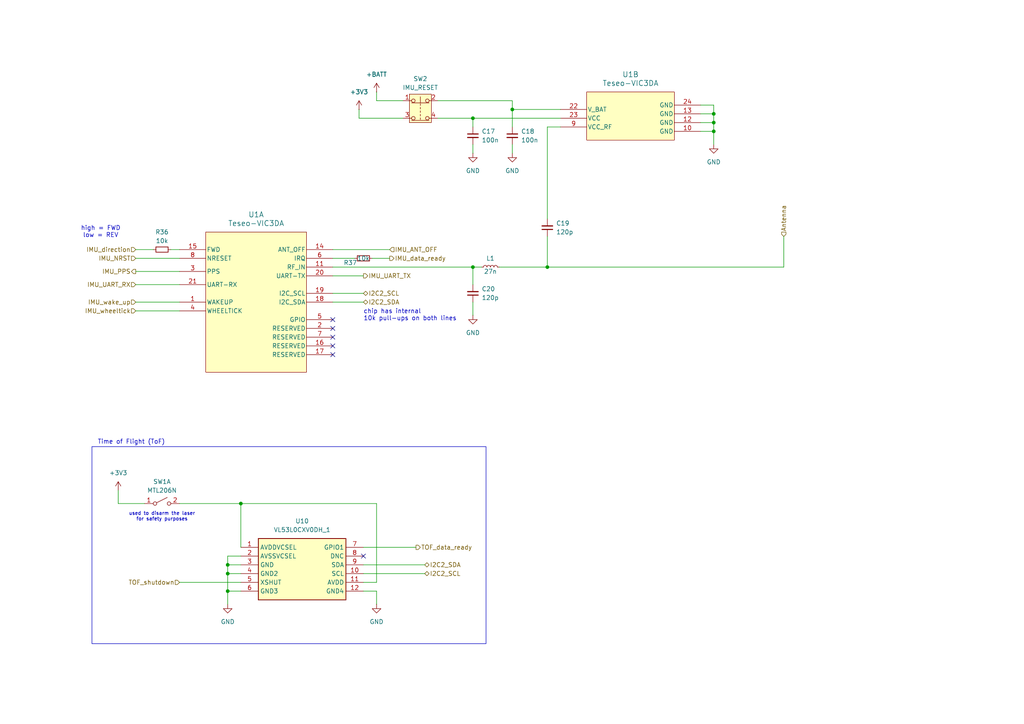
<source format=kicad_sch>
(kicad_sch (version 20231120) (generator "eeschema") (generator_version "8.0")
  (paper "A4")
  (lib_symbols
    (symbol "Device:C_Small" (pin_numbers hide) (pin_names (offset 0.254) hide)
      (property "Reference" "C" (at 0.254 1.778 0))
      (property "Value" "C_Small" (at 0.254 -2.032 0))
      (symbol "C_Small_0_1"
        (polyline (pts (xy -1.524 -0.508) (xy 1.524 -0.508)) (stroke (width 0.3302)))
        (polyline (pts (xy -1.524 0.508) (xy 1.524 0.508)) (stroke (width 0.3048)))
      )
      (symbol "C_Small_1_1"
        (pin passive line (at 0 2.54 270) (length 2.032) (name "~") (number "1"))
        (pin passive line (at 0 -2.54 90) (length 2.032) (name "~") (number "2"))
      )
    )
    (symbol "Device:L_Small" (pin_numbers hide) (pin_names (offset 0.254) hide)
      (property "Reference" "L" (at 0.762 1.016 0))
      (property "Value" "L_Small" (at 0.762 -1.016 0))
      (symbol "L_Small_0_1"
        (arc (start 0 -2.032) (mid 0.5058 -1.524) (end 0 -1.016))
        (arc (start 0 -1.016) (mid 0.5058 -0.508) (end 0 0))
        (arc (start 0 0) (mid 0.5058 0.508) (end 0 1.016))
        (arc (start 0 1.016) (mid 0.5058 1.524) (end 0 2.032))
      )
      (symbol "L_Small_1_1"
        (pin passive line (at 0 2.54 270) (length 0.508) (name "~") (number "1"))
        (pin passive line (at 0 -2.54 90) (length 0.508) (name "~") (number "2"))
      )
    )
    (symbol "Device:R_Small" (pin_numbers hide) (pin_names (offset 0.254) hide)
      (property "Reference" "R" (at 0.762 0.508 0))
      (property "Value" "R_Small" (at 0.762 -1.016 0))
      (symbol "R_Small_0_1"
        (rectangle (start -0.762 1.778) (end 0.762 -1.778) (stroke (width 0.2032)))
      )
      (symbol "R_Small_1_1"
        (pin passive line (at 0 2.54 270) (length 0.762) (name "~") (number "1"))
        (pin passive line (at 0 -2.54 90) (length 0.762) (name "~") (number "2"))
      )
    )
    (symbol "MODIFY_LD1086D2M33TR:Teseo-VIC3DA" (pin_names (offset 0.254))
      (property "Reference" "U" (at 20.32 8.89 0))
      (property "Value" "Teseo-VIC3DA" (at 20.32 6.35 0))
      (symbol "Teseo-VIC3DA_1_1"
        (rectangle (start 13.97 5.08) (end 43.18 -35.56) (fill (type background)))
        (pin input line (at 6.35 -15.24 0) (length 7.62) (name "WAKEUP") (number "1"))
        (pin input line (at 50.8 -5.08 180) (length 7.62) (name "RF_IN") (number "11"))
        (pin output line (at 50.8 0 180) (length 7.62) (name "ANT_OFF") (number "14"))
        (pin input line (at 6.35 0 0) (length 7.62) (name "FWD") (number "15"))
        (pin unspecified line (at 50.8 -27.94 180) (length 7.62) (name "RESERVED") (number "16"))
        (pin unspecified line (at 50.8 -30.48 180) (length 7.62) (name "RESERVED") (number "17"))
        (pin bidirectional line (at 50.8 -15.24 180) (length 7.62) (name "I2C_SDA") (number "18"))
        (pin bidirectional line (at 50.8 -12.7 180) (length 7.62) (name "I2C_SCL") (number "19"))
        (pin unspecified line (at 50.8 -22.86 180) (length 7.62) (name "RESERVED") (number "2"))
        (pin output line (at 50.8 -7.62 180) (length 7.62) (name "UART-TX") (number "20"))
        (pin input line (at 6.35 -10.16 0) (length 7.62) (name "UART-RX") (number "21"))
        (pin output line (at 6.35 -6.35 0) (length 7.62) (name "PPS") (number "3"))
        (pin input line (at 6.35 -17.78 0) (length 7.62) (name "WHEELTICK") (number "4"))
        (pin unspecified line (at 50.8 -20.32 180) (length 7.62) (name "GPIO") (number "5"))
        (pin output line (at 50.8 -2.54 180) (length 7.62) (name "IRQ") (number "6"))
        (pin unspecified line (at 50.8 -25.4 180) (length 7.62) (name "RESERVED") (number "7"))
        (pin input line (at 6.35 -2.54 0) (length 7.62) (name "NRESET") (number "8"))
      )
      (symbol "Teseo-VIC3DA_2_1"
        (rectangle (start 7.62 5.08) (end 33.02 -8.89) (fill (type background)))
        (pin power_out line (at 40.64 -6.35 180) (length 7.62) (name "GND") (number "10"))
        (pin power_out line (at 40.64 -3.81 180) (length 7.62) (name "GND") (number "12"))
        (pin power_out line (at 40.64 -1.27 180) (length 7.62) (name "GND") (number "13"))
        (pin power_in line (at 0 0 0) (length 7.62) (name "V_BAT") (number "22"))
        (pin power_in line (at 0 -2.54 0) (length 7.62) (name "VCC") (number "23"))
        (pin power_out line (at 40.64 1.27 180) (length 7.62) (name "GND") (number "24"))
        (pin output line (at 0 -5.08 0) (length 7.62) (name "VCC_RF") (number "9"))
      )
    )
    (symbol "Switch:SW_DPST_x2" (pin_names (offset 0) hide)
      (property "Reference" "SW" (at 0 3.175 0))
      (property "Value" "SW_DPST_x2" (at 0 -2.54 0))
      (symbol "SW_DPST_x2_0_0"
        (circle (center -2.032 0) (radius 0.508))
        (polyline (pts (xy -1.524 0.254) (xy 1.524 1.778)))
        (circle (center 2.032 0) (radius 0.508))
      )
      (symbol "SW_DPST_x2_1_1"
        (pin passive line (at -5.08 0 0) (length 2.54) (name "A") (number "1"))
        (pin passive line (at 5.08 0 180) (length 2.54) (name "B") (number "2"))
      )
      (symbol "SW_DPST_x2_2_1"
        (pin passive line (at -5.08 0 0) (length 2.54) (name "A") (number "3"))
        (pin passive line (at 5.08 0 180) (length 2.54) (name "B") (number "4"))
      )
    )
    (symbol "Switch:SW_Push_Open_Dual" (pin_names (offset 1.016) hide)
      (property "Reference" "SW" (at 0 3.81 0))
      (property "Value" "SW_Push_Open_Dual" (at 0 -7.62 0))
      (symbol "SW_Push_Open_Dual_0_1"
        (circle (center -2.032 -5.08) (radius 0.508))
        (circle (center -2.032 0) (radius 0.508))
        (polyline (pts (xy 0 -4.953) (xy 0 -5.461)))
        (polyline (pts (xy 0 -3.937) (xy 0 -4.445)))
        (polyline (pts (xy 0 -3.429) (xy 0 -2.921)))
        (polyline (pts (xy 0 -2.413) (xy 0 -1.905)))
        (polyline (pts (xy 0 -1.397) (xy 0 -0.889)))
        (polyline (pts (xy 0 -0.635) (xy 0 1.143)))
        (polyline (pts (xy 2.54 -5.715) (xy -2.54 -5.715)))
        (polyline (pts (xy 2.54 -0.635) (xy -2.54 -0.635)))
        (circle (center 2.032 -5.08) (radius 0.508))
        (circle (center 2.032 0) (radius 0.508))
        (pin passive line (at -5.08 0 0) (length 2.54) (name "1") (number "1"))
        (pin passive line (at 5.08 0 180) (length 2.54) (name "2") (number "2"))
        (pin passive line (at -5.08 -5.08 0) (length 2.54) (name "3") (number "3"))
        (pin passive line (at 5.08 -5.08 180) (length 2.54) (name "4") (number "4"))
      )
      (symbol "SW_Push_Open_Dual_1_1"
        (rectangle (start -3.175 1.905) (end 3.175 -6.35) (fill (type background)))
      )
    )
    (symbol "VL53L0CXV0DH_1:VL53L0CXV0DH_1"
      (property "Reference" "U" (at 31.75 7.62 0))
      (property "Value" "VL53L0CXV0DH_1" (at 31.75 5.08 0))
      (symbol "VL53L0CXV0DH_1_1_1"
        (rectangle (start 5.08 2.54) (end 30.48 -15.24) (stroke (width 0.254)) (fill (type background)))
        (pin power_in line (at 0 0 0) (length 5.08) (name "AVDDVCSEL") (number "1"))
        (pin power_in line (at 35.56 -7.62 180) (length 5.08) (name "SCL") (number "10"))
        (pin power_in line (at 35.56 -10.16 180) (length 5.08) (name "AVDD") (number "11"))
        (pin power_in line (at 35.56 -12.7 180) (length 5.08) (name "GND4") (number "12"))
        (pin input line (at 0 -2.54 0) (length 5.08) (name "AVSSVCSEL") (number "2"))
        (pin bidirectional line (at 0 -5.08 0) (length 5.08) (name "GND") (number "3"))
        (pin input line (at 0 -7.62 0) (length 5.08) (name "GND2") (number "4"))
        (pin output line (at 0 -10.16 0) (length 5.08) (name "XSHUT") (number "5"))
        (pin power_in line (at 0 -12.7 0) (length 5.08) (name "GND3") (number "6"))
        (pin input line (at 35.56 0 180) (length 5.08) (name "GPIO1") (number "7"))
        (pin power_in line (at 35.56 -2.54 180) (length 5.08) (name "DNC") (number "8"))
        (pin power_in line (at 35.56 -5.08 180) (length 5.08) (name "SDA") (number "9"))
      )
    )
    (symbol "power:+3V3" (power) (pin_numbers hide) (pin_names (offset 0) hide)
      (property "Value" "+3V3" (at 0 3.556 0))
      (symbol "+3V3_0_1"
        (polyline (pts (xy -0.762 1.27) (xy 0 2.54)))
        (polyline (pts (xy 0 0) (xy 0 2.54)))
        (polyline (pts (xy 0 2.54) (xy 0.762 1.27)))
      )
      (symbol "+3V3_1_1"
        (pin power_in line (at 0 0 90) (length 0) (name "~") (number "1"))
      )
    )
    (symbol "power:+BATT" (power) (pin_numbers hide) (pin_names (offset 0) hide)
      (property "Value" "+BATT" (at 0 3.556 0))
      (symbol "+BATT_0_1"
        (polyline (pts (xy -0.762 1.27) (xy 0 2.54)))
        (polyline (pts (xy 0 0) (xy 0 2.54)))
        (polyline (pts (xy 0 2.54) (xy 0.762 1.27)))
      )
      (symbol "+BATT_1_1"
        (pin power_in line (at 0 0 90) (length 0) (name "~") (number "1"))
      )
    )
    (symbol "power:GND" (power) (pin_numbers hide) (pin_names (offset 0) hide)
      (property "Value" "GND" (at 0 -3.81 0))
      (symbol "GND_0_1"
        (polyline (pts (xy 0 0) (xy 0 -1.27) (xy 1.27 -1.27) (xy 0 -2.54) (xy -1.27 -1.27) (xy 0 -1.27)))
      )
      (symbol "GND_1_1"
        (pin power_in line (at 0 0 270) (length 0) (name "~") (number "1"))
      )
    )
  )
  (junction (at 207.01 38.1))
  (junction (at 148.59 31.75))
  (junction (at 207.01 35.56))
  (junction (at 207.01 33.02))
  (junction (at 66.04 163.83))
  (junction (at 66.04 166.37))
  (junction (at 69.85 146.05))
  (junction (at 137.16 77.47))
  (junction (at 137.16 34.29))
  (junction (at 66.04 171.45))
  (junction (at 158.75 77.47))
  (no_connect (at 96.52 100.33))
  (no_connect (at 96.52 97.79))
  (no_connect (at 105.41 161.29))
  (no_connect (at 96.52 95.25))
  (no_connect (at 96.52 102.87))
  (no_connect (at 96.52 92.71))
  (wire (pts (xy 39.37 72.39) (xy 44.45 72.39)))
  (wire (pts (xy 66.04 171.45) (xy 69.85 171.45)))
  (wire (pts (xy 66.04 163.83) (xy 66.04 166.37)))
  (wire (pts (xy 96.52 85.09) (xy 105.41 85.09)))
  (wire (pts (xy 144.78 77.47) (xy 158.75 77.47)))
  (wire (pts (xy 66.04 166.37) (xy 69.85 166.37)))
  (wire (pts (xy 39.37 87.63) (xy 52.07 87.63)))
  (wire (pts (xy 52.07 146.05) (xy 69.85 146.05)))
  (wire (pts (xy 66.04 161.29) (xy 69.85 161.29)))
  (wire (pts (xy 96.52 87.63) (xy 105.41 87.63)))
  (wire (pts (xy 104.14 34.29) (xy 116.84 34.29)))
  (wire (pts (xy 207.01 38.1) (xy 207.01 35.56)))
  (wire (pts (xy 137.16 77.47) (xy 137.16 82.55)))
  (wire (pts (xy 227.33 68.58) (xy 227.33 77.47)))
  (wire (pts (xy 109.22 146.05) (xy 69.85 146.05)))
  (wire (pts (xy 96.52 77.47) (xy 137.16 77.47)))
  (wire (pts (xy 34.29 142.24) (xy 34.29 146.05)))
  (wire (pts (xy 96.52 74.93) (xy 102.87 74.93)))
  (wire (pts (xy 137.16 34.29) (xy 137.16 36.83)))
  (wire (pts (xy 148.59 31.75) (xy 162.56 31.75)))
  (wire (pts (xy 207.01 35.56) (xy 207.01 33.02)))
  (wire (pts (xy 105.41 168.91) (xy 109.22 168.91)))
  (wire (pts (xy 66.04 175.26) (xy 66.04 171.45)))
  (wire (pts (xy 105.41 171.45) (xy 109.22 171.45)))
  (wire (pts (xy 158.75 36.83) (xy 158.75 63.5)))
  (wire (pts (xy 203.2 33.02) (xy 207.01 33.02)))
  (wire (pts (xy 207.01 33.02) (xy 207.01 30.48)))
  (wire (pts (xy 137.16 87.63) (xy 137.16 91.44)))
  (wire (pts (xy 127 34.29) (xy 137.16 34.29)))
  (wire (pts (xy 137.16 34.29) (xy 162.56 34.29)))
  (wire (pts (xy 158.75 68.58) (xy 158.75 77.47)))
  (wire (pts (xy 158.75 77.47) (xy 227.33 77.47)))
  (wire (pts (xy 96.52 72.39) (xy 113.03 72.39)))
  (wire (pts (xy 162.56 36.83) (xy 158.75 36.83)))
  (wire (pts (xy 69.85 146.05) (xy 69.85 158.75)))
  (wire (pts (xy 113.03 74.93) (xy 107.95 74.93)))
  (wire (pts (xy 39.37 90.17) (xy 52.07 90.17)))
  (wire (pts (xy 109.22 171.45) (xy 109.22 175.26)))
  (wire (pts (xy 127 29.21) (xy 148.59 29.21)))
  (wire (pts (xy 203.2 38.1) (xy 207.01 38.1)))
  (wire (pts (xy 137.16 77.47) (xy 139.7 77.47)))
  (wire (pts (xy 207.01 30.48) (xy 203.2 30.48)))
  (wire (pts (xy 105.41 166.37) (xy 123.19 166.37)))
  (wire (pts (xy 66.04 163.83) (xy 66.04 161.29)))
  (wire (pts (xy 203.2 35.56) (xy 207.01 35.56)))
  (wire (pts (xy 34.29 146.05) (xy 41.91 146.05)))
  (wire (pts (xy 109.22 29.21) (xy 116.84 29.21)))
  (wire (pts (xy 52.07 168.91) (xy 69.85 168.91)))
  (wire (pts (xy 66.04 163.83) (xy 69.85 163.83)))
  (wire (pts (xy 148.59 41.91) (xy 148.59 44.45)))
  (wire (pts (xy 39.37 74.93) (xy 52.07 74.93)))
  (wire (pts (xy 207.01 38.1) (xy 207.01 41.91)))
  (wire (pts (xy 104.14 34.29) (xy 104.14 31.75)))
  (wire (pts (xy 96.52 80.01) (xy 105.41 80.01)))
  (wire (pts (xy 52.07 78.74) (xy 39.37 78.74)))
  (wire (pts (xy 109.22 168.91) (xy 109.22 146.05)))
  (wire (pts (xy 109.22 29.21) (xy 109.22 26.67)))
  (wire (pts (xy 148.59 31.75) (xy 148.59 36.83)))
  (wire (pts (xy 148.59 29.21) (xy 148.59 31.75)))
  (wire (pts (xy 105.41 158.75) (xy 120.65 158.75)))
  (wire (pts (xy 105.41 163.83) (xy 123.19 163.83)))
  (wire (pts (xy 66.04 171.45) (xy 66.04 166.37)))
  (wire (pts (xy 49.53 72.39) (xy 52.07 72.39)))
  (wire (pts (xy 137.16 41.91) (xy 137.16 44.45)))
  (wire (pts (xy 39.37 82.55) (xy 52.07 82.55)))
  (rectangle (start 26.67 129.54) (end 140.97 186.69))
  (text "used to disarm the laser\nfor safety purposes" (at 46.99 149.86 0) (effects (font (size 1 1))))
  (text "high = FWD\nlow = REV" (at 29.21 67.31 0) (effects (font (size 1.27 1.27))))
  (text "chip has internal \n10k pull-ups on both lines" (at 105.41 91.44 0) (effects (font (size 1.27 1.27)) (justify left)))
  (text "Time of Flight (ToF)" (at 38.1 128.27 0) (effects (font (size 1.27 1.27))))
  (hierarchical_label "I2C2_SCL" (shape bidirectional) (at 123.19 166.37 0))
  (hierarchical_label "I2C2_SCL" (shape bidirectional) (at 105.41 85.09 0))
  (hierarchical_label "IMU_wake_up" (shape input) (at 39.37 87.63 180))
  (hierarchical_label "IMU_wheeltick" (shape input) (at 39.37 90.17 180))
  (hierarchical_label "IMU_NRST" (shape input) (at 39.37 74.93 180))
  (hierarchical_label "IMU_UART_RX" (shape input) (at 39.37 82.55 180))
  (hierarchical_label "IMU_direction" (shape input) (at 39.37 72.39 180))
  (hierarchical_label "TOF_data_ready" (shape output) (at 120.65 158.75 0))
  (hierarchical_label "I2C2_SDA" (shape bidirectional) (at 105.41 87.63 0))
  (hierarchical_label "Antenna" (shape input) (at 227.33 68.58 90))
  (hierarchical_label "IMU_ANT_OFF" (shape input) (at 113.03 72.39 0))
  (hierarchical_label "IMU_data_ready" (shape output) (at 113.03 74.93 0))
  (hierarchical_label "I2C2_SDA" (shape bidirectional) (at 123.19 163.83 0))
  (hierarchical_label "TOF_shutdown" (shape input) (at 52.07 168.91 180))
  (hierarchical_label "IMU_PPS" (shape output) (at 39.37 78.74 180))
  (hierarchical_label "IMU_UART_TX" (shape output) (at 105.41 80.01 0))
  (symbol (lib_id "Switch:SW_DPST_x2") (at 46.99 146.05 0) (unit 1)
    (property "Reference" "SW1" (at 46.99 139.7 0))
    (property "Value" "MTL206N" (at 46.99 142.24 0))
    (property "Description" "Single Pole Single Throw (SPST) switch, separate symbol" (effects (hide yes)))
  )
  (symbol (lib_id "power:GND") (at 137.16 91.44 0) (unit 1)
    (property "Reference" "#PWR050" (effects (hide yes)))
    (property "Value" "GND" (at 137.16 96.52 0))
    (property "Description" "Power symbol creates a global label with name \"GND\" , ground" (effects (hide yes)))
  )
  (symbol (lib_id "power:GND") (at 148.59 44.45 0) (unit 1)
    (property "Reference" "#PWR049" (effects (hide yes)))
    (property "Value" "GND" (at 148.59 49.53 0))
    (property "Description" "Power symbol creates a global label with name \"GND\" , ground" (effects (hide yes)))
  )
  (symbol (lib_id "MODIFY_LD1086D2M33TR:Teseo-VIC3DA") (at 162.56 31.75 0) (unit 2)
    (property "Reference" "U1" (at 182.88 21.59 0) (effects (font (size 1.524 1.524))))
    (property "Value" "Teseo-VIC3DA" (at 182.88 24.13 0) (effects (font (size 1.524 1.524))))
    (property "Footprint" "TESEO-VIC3DA:TESEO-VIC3D_STM" (effects (hide yes)))
    (property "Datasheet" "file:///C:/Users/janek/Downloads/um2832-teseovic3d-and-teseovic3da-hardware-instructions-stmicroelectronics.pdf" (effects (hide yes)))
  )
  (symbol (lib_id "Device:R_Small") (at 105.41 74.93 90) (unit 1)
    (property "Reference" "R37" (at 101.6 76.2 90))
    (property "Value" "10k" (at 105.41 74.93 90))
    (property "Footprint" "Resistor_SMD:R_0603_1608Metric" (effects (hide yes)))
    (property "Description" "Resistor, small symbol" (effects (hide yes)))
  )
  (symbol (lib_id "Device:C_Small") (at 158.75 66.04 180) (unit 1)
    (property "Reference" "C19" (at 161.29 64.7635 0) (effects (justify right)))
    (property "Value" "120p" (at 161.29 67.3035 0) (effects (justify right)))
    (property "Footprint" "Capacitor_SMD:C_0603_1608Metric" (effects (hide yes)))
    (property "Description" "Unpolarized capacitor, small symbol" (effects (hide yes)))
  )
  (symbol (lib_id "power:GND") (at 137.16 44.45 0) (unit 1)
    (property "Reference" "#PWR026" (effects (hide yes)))
    (property "Value" "GND" (at 137.16 49.53 0))
    (property "Description" "Power symbol creates a global label with name \"GND\" , ground" (effects (hide yes)))
  )
  (symbol (lib_id "power:+BATT") (at 109.22 26.67 0) (unit 1)
    (property "Reference" "#PWR046" (effects (hide yes)))
    (property "Value" "+BATT" (at 109.22 21.59 0))
    (property "Description" "Power symbol creates a global label with name \"+BATT\"" (effects (hide yes)))
  )
  (symbol (lib_id "Switch:SW_Push_Open_Dual") (at 121.92 29.21 0) (unit 1)
    (property "Reference" "SW2" (at 121.92 22.86 0))
    (property "Value" "IMU_RESET" (at 121.92 25.4 0))
    (property "Description" "Push button switch, normally closed, generic, four pins" (effects (hide yes)))
  )
  (symbol (lib_id "power:+3V3") (at 34.29 142.24 0) (unit 1)
    (property "Reference" "#PWR069" (effects (hide yes)))
    (property "Value" "+3V3" (at 34.29 137.16 0))
    (property "Description" "Power symbol creates a global label with name \"+3V3\"" (effects (hide yes)))
  )
  (symbol (lib_id "Device:C_Small") (at 137.16 39.37 0) (unit 1)
    (property "Reference" "C17" (at 139.7 38.1062 0) (effects (justify left)))
    (property "Value" "100n" (at 139.7 40.6462 0) (effects (justify left)))
    (property "Footprint" "Capacitor_SMD:C_0603_1608Metric" (effects (hide yes)))
    (property "Description" "Unpolarized capacitor, small symbol" (effects (hide yes)))
  )
  (symbol (lib_id "VL53L0CXV0DH_1:VL53L0CXV0DH_1") (at 69.85 158.75 0) (unit 1)
    (property "Reference" "U10" (at 87.63 151.13 0))
    (property "Value" "VL53L0CXV0DH_1" (at 87.63 153.67 0))
    (property "Footprint" "VL53L0X:LGA12_1" (effects (hide yes)))
    (property "Datasheet" "http://www.st.com/content/ccc/resource/technical/document/datasheet/group3/b2/1e/33/77/c6/92/47/6b/DM00279086/files/DM00279086.pdf/jcr:content/translations/en.DM00279086.pdf" (effects (hide yes)))
    (property "Description" "STMICROELECTRONICS - VL53L0CXV0DH/1 - GESTURE DETECTION SENSOR, DIGITAL, LGA12" (effects (hide yes)))
    (property "Mouser Part Number" "511-VL53L0CXV0DH/1" (effects (hide yes)))
    (property "Mouser Price/Stock" "https://www.mouser.co.uk/ProductDetail/STMicroelectronics/VL53L0CXV0DH-1?qs=dTJS0cRn7ojtsK3C9%252BTaSw%3D%3D" (effects (hide yes)))
    (property "Manufacturer_Name" "STMicroelectronics" (effects (hide yes)))
    (property "Manufacturer_Part_Number" "VL53L0CXV0DH/1" (effects (hide yes)))
  )
  (symbol (lib_id "power:GND") (at 109.22 175.26 0) (unit 1)
    (property "Reference" "#PWR071" (effects (hide yes)))
    (property "Value" "GND" (at 109.22 180.34 0))
    (property "Description" "Power symbol creates a global label with name \"GND\" , ground" (effects (hide yes)))
  )
  (symbol (lib_id "Device:L_Small") (at 142.24 77.47 90) (unit 1)
    (property "Reference" "L1" (at 142.24 74.93 90))
    (property "Value" "27n" (at 142.24 78.74 90))
    (property "Description" "Inductor, small symbol" (effects (hide yes)))
  )
  (symbol (lib_id "MODIFY_LD1086D2M33TR:Teseo-VIC3DA") (at 45.72 72.39 0) (unit 1)
    (property "Reference" "U1" (at 74.295 62.23 0) (effects (font (size 1.524 1.524))))
    (property "Value" "Teseo-VIC3DA" (at 74.295 64.77 0) (effects (font (size 1.524 1.524))))
    (property "Footprint" "TESEO-VIC3DA:TESEO-VIC3D_STM" (effects (hide yes)))
    (property "Datasheet" "file:///C:/Users/janek/Downloads/um2832-teseovic3d-and-teseovic3da-hardware-instructions-stmicroelectronics.pdf" (effects (hide yes)))
  )
  (symbol (lib_id "Device:R_Small") (at 46.99 72.39 90) (unit 1)
    (property "Reference" "R36" (at 46.99 67.31 90))
    (property "Value" "10k" (at 46.99 69.85 90))
    (property "Footprint" "Resistor_SMD:R_0603_1608Metric" (effects (hide yes)))
    (property "Description" "Resistor, small symbol" (effects (hide yes)))
  )
  (symbol (lib_id "Device:C_Small") (at 148.59 39.37 0) (unit 1)
    (property "Reference" "C18" (at 151.13 38.1062 0) (effects (justify left)))
    (property "Value" "100n" (at 151.13 40.6462 0) (effects (justify left)))
    (property "Footprint" "Capacitor_SMD:C_0603_1608Metric" (effects (hide yes)))
    (property "Description" "Unpolarized capacitor, small symbol" (effects (hide yes)))
  )
  (symbol (lib_id "power:GND") (at 207.01 41.91 0) (unit 1)
    (property "Reference" "#PWR027" (effects (hide yes)))
    (property "Value" "GND" (at 207.01 46.99 0))
    (property "Description" "Power symbol creates a global label with name \"GND\" , ground" (effects (hide yes)))
  )
  (symbol (lib_id "power:GND") (at 66.04 175.26 0) (unit 1)
    (property "Reference" "#PWR070" (effects (hide yes)))
    (property "Value" "GND" (at 66.04 180.34 0))
    (property "Description" "Power symbol creates a global label with name \"GND\" , ground" (effects (hide yes)))
  )
  (symbol (lib_id "power:+3V3") (at 104.14 31.75 0) (unit 1)
    (property "Reference" "#PWR028" (effects (hide yes)))
    (property "Value" "+3V3" (at 104.14 26.67 0))
    (property "Description" "Power symbol creates a global label with name \"+3V3\"" (effects (hide yes)))
  )
  (symbol (lib_id "Device:C_Small") (at 137.16 85.09 180) (unit 1)
    (property "Reference" "C20" (at 139.7 83.8135 0) (effects (justify right)))
    (property "Value" "120p" (at 139.7 86.3535 0) (effects (justify right)))
    (property "Footprint" "Capacitor_SMD:C_0603_1608Metric" (effects (hide yes)))
    (property "Description" "Unpolarized capacitor, small symbol" (effects (hide yes)))
  )
)
</source>
